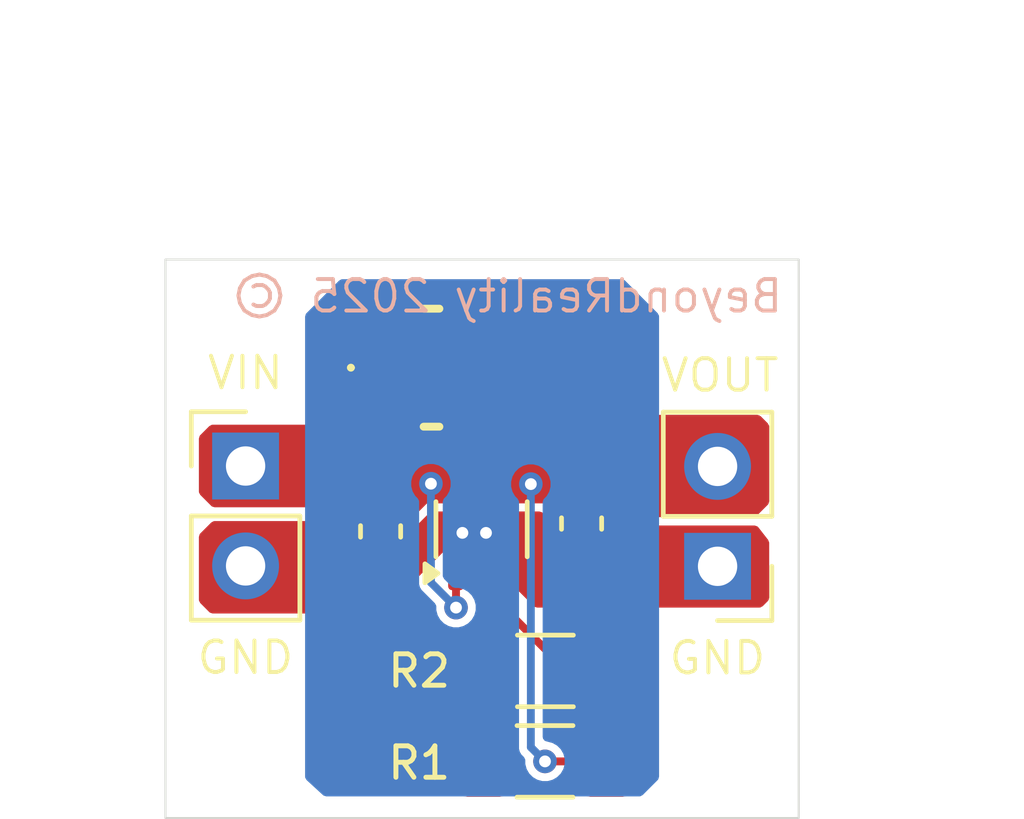
<source format=kicad_pcb>
(kicad_pcb (version 20241229) (generator "pcbnew") (generator_version "9.0")
  (layers (0 "F.Cu" signal) (2 "B.Cu" signal) (13 "F.Paste" user) (15 "B.Paste" user) (5 "F.SilkS" user "F.Silkscreen") (7 "B.SilkS" user "B.Silkscreen") (1 "F.Mask" user) (3 "B.Mask" user) (25 "Edge.Cuts" user))
  (net 0 "")
  (net 1 "GND")
  (net 2 "Net-(J1-VIN)")
  (net 3 "Net-(U1-L)")
  (net 4 "Net-(U1-FB)")
  (net 5 "Net-(J2-VOUT)")
  (footprint "Capacitor_SMD:C_1206_3216Metric_Pad1.33x1.80mm_HandSolder" (layer "F.Cu") (at 161.6 94.56 180)
    (property "Reference" "R1" (at 3.2 -0.04 0) (layer "F.SilkS") (effects (font (size 0.8 0.8) (thickness 0.125))))
    (property "Value" "1.00M")
    (fp_line (start -0.711252 0.91) (end 0.711252 0.91) (stroke (width 0.12)) (layer "F.SilkS"))
    (fp_line (start -0.711252 -0.91) (end 0.711252 -0.91) (stroke (width 0.12)) (layer "F.SilkS"))
    (pad "1" smd roundrect (at -1.5625 0 180) (size 1.325 1.8) (layers "F.Cu" "F.Mask" "F.Paste") (roundrect_rratio 0.188679) (net 5 "Net-(J2-VOUT)"))
    (pad "2" smd roundrect (at 1.5625 0 180) (size 1.325 1.8) (layers "F.Cu" "F.Mask" "F.Paste") (roundrect_rratio 0.188679) (net 4 "Net-(U1-FB)"))
  )
  (footprint "Connector_PinHeader_2.54mm:PinHeader_1x02_P2.54mm_Vertical" (layer "F.Cu") (at 165.9875 89.6 180)
    (property "Reference" "J2" (hide yes))
    (property "Value" "Conn_01x02_Pin")
    (fp_line (start 1.38 1.27) (end 1.38 3.92) (stroke (width 0.12)) (layer "F.SilkS"))
    (fp_line (start -1.38 3.92) (end 1.38 3.92) (stroke (width 0.12)) (layer "F.SilkS"))
    (fp_line (start -1.38 1.27) (end 1.38 1.27) (stroke (width 0.12)) (layer "F.SilkS"))
    (fp_line (start -1.38 1.27) (end -1.38 3.92) (stroke (width 0.12)) (layer "F.SilkS"))
    (fp_line (start -1.38 0) (end -1.38 -1.38) (stroke (width 0.12)) (layer "F.SilkS"))
    (fp_line (start -1.38 -1.38) (end 0 -1.38) (stroke (width 0.12)) (layer "F.SilkS"))
    (pad "1" thru_hole rect (at 0 0 180) (size 1.7 1.7) (drill 1) (layers "*.Cu" "*.Mask") (net 1 "GND"))
    (pad "2" thru_hole circle (at 0 2.54 180) (size 1.7 1.7) (drill 1) (layers "*.Cu" "*.Mask") (net 5 "Net-(J2-VOUT)"))
  )
  (footprint "Connector_PinHeader_2.54mm:PinHeader_1x02_P2.54mm_Vertical" (layer "F.Cu") (at 153.9875 87.05)
    (property "Reference" "J1" (hide yes))
    (property "Value" "Conn_01x02_Pin")
    (fp_line (start -1.38 -1.38) (end 0 -1.38) (stroke (width 0.12)) (layer "F.SilkS"))
    (fp_line (start -1.38 0) (end -1.38 -1.38) (stroke (width 0.12)) (layer "F.SilkS"))
    (fp_line (start -1.38 1.27) (end -1.38 3.92) (stroke (width 0.12)) (layer "F.SilkS"))
    (fp_line (start -1.38 1.27) (end 1.38 1.27) (stroke (width 0.12)) (layer "F.SilkS"))
    (fp_line (start -1.38 3.92) (end 1.38 3.92) (stroke (width 0.12)) (layer "F.SilkS"))
    (fp_line (start 1.38 1.27) (end 1.38 3.92) (stroke (width 0.12)) (layer "F.SilkS"))
    (pad "1" thru_hole rect (at 0 0) (size 1.7 1.7) (drill 1) (layers "*.Cu" "*.Mask") (net 2 "Net-(J1-VIN)") (clearance 0.1))
    (pad "2" thru_hole circle (at 0 2.54) (size 1.7 1.7) (drill 1) (layers "*.Cu" "*.Mask") (net 1 "GND"))
  )
  (footprint "Inductor_SMD_MB:EPL3015472MLC" (layer "F.Cu") (at 158.715 84.55)
    (property "Reference" "L1")
    (property "Value" "4.7uH" (hide yes))
    (fp_line (start -2.1 0) (end -2.1 0) (stroke (width 0.1)) (layer "F.SilkS"))
    (fp_line (start -2 0) (end -2 0) (stroke (width 0.1)) (layer "F.SilkS"))
    (fp_line (start -0.2 -1.5) (end 0.2 -1.5) (stroke (width 0.2)) (layer "F.SilkS"))
    (fp_line (start -0.2 1.5) (end 0.2 1.5) (stroke (width 0.2)) (layer "F.SilkS"))
    (fp_arc (start -2.1 0) (mid -2.05 -0.05) (end -2 0) (stroke (width 0.1)) (layer "F.SilkS"))
    (fp_arc (start -2 0) (mid -2.05 0.05) (end -2.1 0) (stroke (width 0.1)) (layer "F.SilkS"))
    (pad "1" smd rect (at -1.015 0) (size 1 2.9) (layers "F.Cu" "F.Mask" "F.Paste") (net 2 "Net-(J1-VIN)"))
    (pad "2" smd rect (at 1.015 0) (size 1 2.9) (layers "F.Cu" "F.Mask" "F.Paste") (net 3 "Net-(U1-L)"))
  )
  (footprint "Capacitor_SMD:C_1206_3216Metric_Pad1.33x1.80mm_HandSolder" (layer "F.Cu") (at 161.61 92.26)
    (property "Reference" "R2" (at -3.21 0 0) (layer "F.SilkS") (effects (font (size 0.8 0.8) (thickness 0.125))))
    (property "Value" "180k")
    (fp_line (start -0.711252 -0.91) (end 0.711252 -0.91) (stroke (width 0.12)) (layer "F.SilkS"))
    (fp_line (start -0.711252 0.91) (end 0.711252 0.91) (stroke (width 0.12)) (layer "F.SilkS"))
    (pad "1" smd roundrect (at -1.5625 0) (size 1.325 1.8) (layers "F.Cu" "F.Mask" "F.Paste") (roundrect_rratio 0.188679) (net 4 "Net-(U1-FB)"))
    (pad "2" smd roundrect (at 1.5625 0) (size 1.325 1.8) (layers "F.Cu" "F.Mask" "F.Paste") (roundrect_rratio 0.188679) (net 1 "GND"))
  )
  (footprint "Capacitor_SMD:C_0603_1608Metric_Pad1.08x0.95mm_HandSolder" (layer "F.Cu") (at 157.42 88.7125 -90)
    (property "Reference" "C1")
    (property "Value" "10uF")
    (fp_line (start -0.146267 0.51) (end 0.146267 0.51) (stroke (width 0.12)) (layer "F.SilkS"))
    (fp_line (start -0.146267 -0.51) (end 0.146267 -0.51) (stroke (width 0.12)) (layer "F.SilkS"))
    (pad "1" smd roundrect (at -0.8625 0 270) (size 1.075 0.95) (layers "F.Cu" "F.Mask" "F.Paste") (net 2 "Net-(J1-VIN)") (clearance 0.1))
    (pad "2" smd roundrect (at 0.8625 0 270) (size 1.075 0.95) (layers "F.Cu" "F.Mask" "F.Paste") (net 1 "GND") (clearance 0.1))
  )
  (footprint "Capacitor_SMD:C_0603_1608Metric_Pad1.08x0.95mm_HandSolder" (layer "F.Cu") (at 162.53 88.5125 -90)
    (property "Reference" "C2")
    (property "Value" "10uF")
    (fp_line (start -0.146267 0.51) (end 0.146267 0.51) (stroke (width 0.12)) (layer "F.SilkS"))
    (fp_line (start -0.146267 -0.51) (end 0.146267 -0.51) (stroke (width 0.12)) (layer "F.SilkS"))
    (pad "1" smd roundrect (at -0.8625 0 270) (size 1.075 0.95) (layers "F.Cu" "F.Mask" "F.Paste") (net 5 "Net-(J2-VOUT)") (clearance 0.1))
    (pad "2" smd roundrect (at 0.8625 0 270) (size 1.075 0.95) (layers "F.Cu" "F.Mask" "F.Paste") (net 1 "GND") (clearance 0.1))
  )
  (footprint "Package_TO_SOT_SMD:Texas_R-PDSO-G6" (layer "F.Cu") (at 159.9875 88.6575 90)
    (property "Reference" "U1")
    (property "Value" "TPS61220DCK")
    (fp_line (start -0.7 -1.16) (end 0.7 -1.16) (stroke (width 0.12)) (layer "F.SilkS"))
    (fp_line (start -0.7 1.16) (end 0.7 1.16) (stroke (width 0.12)) (layer "F.SilkS"))
    (fp_poly (pts (xy -1.12 -1.11) (xy -1.36 -1.44) (xy -0.88 -1.44) (xy -1.12 -1.11)) (stroke (width 0.12)) (fill yes) (layer "F.SilkS"))
    (pad "1" smd roundrect (at -1.1 -0.65 90) (size 0.9 0.4) (layers "F.Cu" "F.Mask" "F.Paste") (net 2 "Net-(J1-VIN)") (clearance 0.1))
    (pad "2" smd roundrect (at -1.1 0 90) (size 0.9 0.4) (layers "F.Cu" "F.Mask" "F.Paste") (net 4 "Net-(U1-FB)") (clearance 0.1))
    (pad "3" smd roundrect (at -1.1 0.65 90) (size 0.9 0.4) (layers "F.Cu" "F.Mask" "F.Paste") (net 1 "GND"))
    (pad "4" smd roundrect (at 1.1 0.65 90) (size 0.9 0.4) (layers "F.Cu" "F.Mask" "F.Paste") (net 5 "Net-(J2-VOUT)") (clearance 0.1))
    (pad "5" smd roundrect (at 1.1 0 90) (size 0.9 0.4) (layers "F.Cu" "F.Mask" "F.Paste") (net 3 "Net-(U1-L)") (clearance 0.1))
    (pad "6" smd roundrect (at 1.1 -0.65 90) (size 0.9 0.4) (layers "F.Cu" "F.Mask" "F.Paste") (net 2 "Net-(J1-VIN)") (clearance 0.1))
  )
  (gr_rect (start 151.95 81.8) (end 168.05 96) (stroke (width 0.05)) (fill no) (layer "Edge.Cuts"))
  (gr_text "VOUT\n\n" (at 164.5 86.5 0) (layer "F.SilkS") (effects (font (size 0.8 0.8) (thickness 0.1)) (justify left bottom)))
  (gr_text "GND" (at 164.698453 92.4 0) (layer "F.SilkS") (effects (font (size 0.8 0.8) (thickness 0.1)) (justify left bottom)))
  (gr_text "GND" (at 152.698453 92.39 0) (layer "F.SilkS") (effects (font (size 0.8 0.8) (thickness 0.1)) (justify left bottom)))
  (gr_text "VIN\n" (at 152.96512 85.15 0) (layer "F.SilkS") (effects (font (size 0.8 0.8) (thickness 0.1)) (justify left bottom)))
  (gr_text "BeyondReality 2025 ©\n" (at 167.7 83.2 0) (layer "B.SilkS") (effects (font (size 0.8 0.8) (thickness 0.1)) (justify left bottom mirror)))
  (segment (start 160.6375 90.7375) (end 162.16 92.26) (width 0.2) (layer "F.Cu") (net 1))
  (segment (start 159.995 88.85) (end 159.9875 88.8575) (width 0.2) (layer "F.Cu") (net 1))
  (segment (start 160.6375 90.7375) (end 160.6375 89.7575) (width 0.2) (layer "F.Cu") (net 1))
  (segment (start 159.35 88.87) (end 159.3375 88.8575) (width 0.2) (layer "F.Cu") (net 1))
  (segment (start 162.16 92.26) (end 163.1725 92.26) (width 0.2) (layer "F.Cu") (net 1))
  (via (at 159.5 88.75) (size 0.6) (drill 0.3) (layers "F.Cu" "B.Cu") (net 1))
  (via (at 160.1 88.75) (size 0.6) (drill 0.3) (layers "F.Cu" "B.Cu") (net 1))
  (segment (start 159.3375 90.65) (end 159.3375 89.7575) (width 0.2) (layer "F.Cu") (net 2))
  (via (at 158.7 87.5) (size 0.6) (drill 0.3) (layers "F.Cu" "B.Cu") (net 2))
  (via (at 159.3375 90.65) (size 0.6) (drill 0.3) (layers "F.Cu" "B.Cu") (net 2))
  (segment (start 158.7 90.0125) (end 158.7 87.5) (width 0.2) (layer "B.Cu") (net 2))
  (segment (start 159.3375 90.65) (end 158.7 90.0125) (width 0.2) (layer "B.Cu") (net 2))
  (segment (start 159.9875 92.2) (end 160.0475 92.26) (width 0.2) (layer "F.Cu") (net 4))
  (segment (start 159.9875 89.7575) (end 159.9875 92.2) (width 0.2) (layer "F.Cu") (net 4))
  (segment (start 160.0475 92.26) (end 160.0475 94.55) (width 0.2) (layer "F.Cu") (net 4))
  (segment (start 160.0475 94.55) (end 160.0375 94.56) (width 0.2) (layer "F.Cu") (net 4))
  (segment (start 161.6 94.56) (end 163.1625 94.56) (width 0.2) (layer "F.Cu") (net 5))
  (via (at 161.24 87.51) (size 0.6) (drill 0.3) (layers "F.Cu" "B.Cu") (net 5))
  (via (at 161.6 94.56) (size 0.6) (drill 0.3) (layers "F.Cu" "B.Cu") (net 5))
  (segment (start 161.24 94.2) (end 161.6 94.56) (width 0.2) (layer "B.Cu") (net 5))
  (segment (start 161.24 94.2) (end 161.24 87.51) (width 0.2) (layer "B.Cu") (net 5))
  (zone (net 2) (net_name "Net-(J1-VIN)") (layer "F.Cu") (priority 1) (connect_pads (clearance 0.1)) (min_thickness 0.25) (fill yes (thermal_gap 0.5) (thermal_bridge_width 0.5))
    (polygon (pts (xy 153.15 88.1) (xy 152.8 87.75) (xy 152.8 86.3) (xy 153.1 86) (xy 156.562932 86) (xy 157.25 85.296897) (xy 158.2 85.282509) (xy 158.2 86) (xy 159.3 87.1) (xy 159.5 87.1) (xy 159.55 87.15) (xy 159.55 87.9) (xy 159.45 88) (xy 158.6 88) (xy 158.1 88.5) (xy 156.85 88.5) (xy 156.45 88.1)))
  )
  (zone (net 1) (net_name "GND") (layer "F.Cu") (connect_pads (clearance 0.1)) (min_thickness 0.25) (fill yes (thermal_gap 0.5) (thermal_bridge_width 0.5))
    (polygon (pts (xy 152.8 88.8) (xy 153.15 88.45) (xy 156.4 88.45) (xy 156.7 88.75) (xy 158.15 88.75) (xy 158.7 88.2) (xy 161.5 88.2) (xy 161.8625 88.5625) (xy 166.988889 88.5625) (xy 167.3 88.9625) (xy 167.3 90.45) (xy 167.1 90.65) (xy 161.35 90.65) (xy 160.45 89.75) (xy 160.45 89.35) (xy 160.3 89.2) (xy 159.05 89.2) (xy 157.45 90.8) (xy 153.1 90.8) (xy 152.8 90.5)))
  )
  (zone (net 3) (net_name "Net-(U1-L)") (layer "F.Cu") (priority 2) (connect_pads (clearance 0.1)) (min_thickness 0.25) (fill yes (thermal_gap 0.5) (thermal_bridge_width 0.5))
    (polygon (pts (xy 159.8 87.9) (xy 159.8 87.2) (xy 159.23 86.63) (xy 159.23 83.11) (xy 160.23 83.11) (xy 160.23 87.92) (xy 160.15 88) (xy 159.9 88)))
  )
  (zone (net 5) (net_name "Net-(J2-VOUT)") (layer "F.Cu") (priority 3) (connect_pads (clearance 0.1)) (min_thickness 0.25) (fill yes (thermal_gap 0.5) (thermal_bridge_width 0.5))
    (polygon (pts (xy 160.5 88) (xy 161.6 88) (xy 161.95 88.35) (xy 166.95 88.35) (xy 167.3 88) (xy 167.3 86) (xy 167.05 85.75) (xy 164.4 85.75) (xy 163.15 87) (xy 160.6 87) (xy 160.45 87.15) (xy 160.45 87.95)))
  )
  (zone (net 1) (net_name "GND") (layer "B.Cu") (priority 5) (connect_pads (clearance 0.1)) (min_thickness 0.25) (fill yes (thermal_gap 0.5) (thermal_bridge_width 0.5))
    (polygon (pts (xy 164.5 83.2) (xy 163.6 82.3) (xy 156.4 82.3) (xy 155.5 83.2) (xy 155.5 95) (xy 155.990909 95.45) (xy 164.05 95.45) (xy 164.5 95)))
  )
)
</source>
